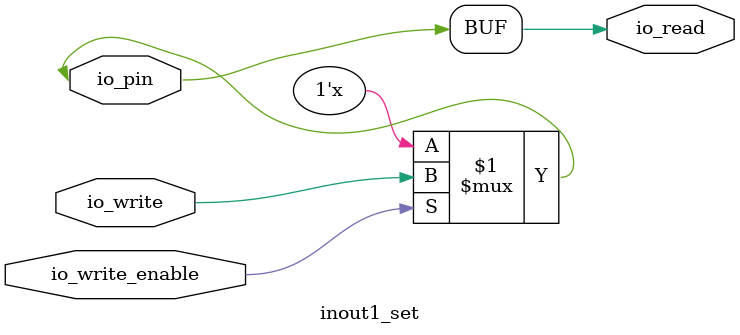
<source format=v>
module inout1_set(     
  inout  io_pin,
  input  io_write,
  output io_read,
  input  io_write_enable
);
  assign io_pin  = io_write_enable ? io_write : 1'bZ;
  assign io_read = io_pin;
endmodule

</source>
